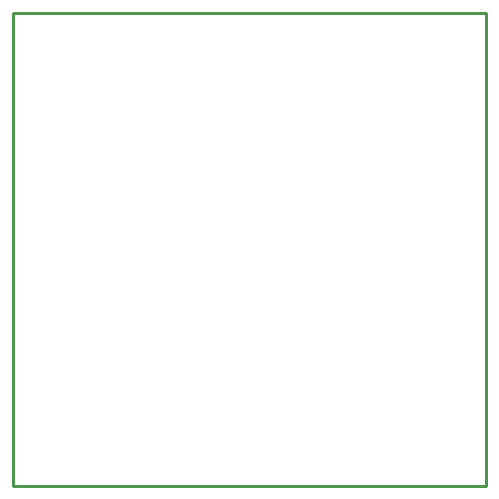
<source format=gko>
G04*
G04 #@! TF.GenerationSoftware,Altium Limited,Altium Designer,19.1.8 (144)*
G04*
G04 Layer_Color=16711935*
%FSLAX25Y25*%
%MOIN*%
G70*
G01*
G75*
%ADD11C,0.01000*%
D11*
Y0D02*
X157480D01*
Y-157480D02*
Y0D01*
X0Y-157480D02*
X157480D01*
X0D02*
Y0D01*
M02*

</source>
